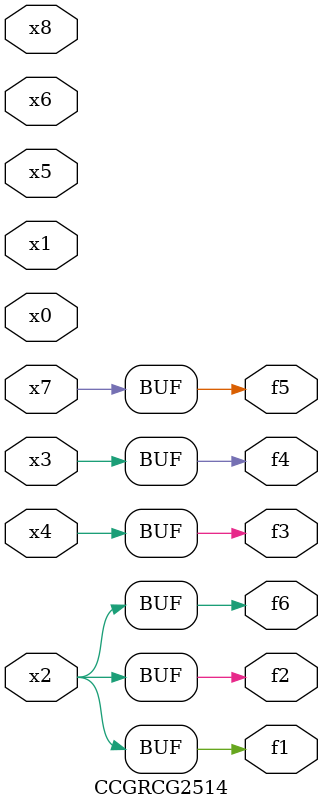
<source format=v>
module CCGRCG2514(
	input x0, x1, x2, x3, x4, x5, x6, x7, x8,
	output f1, f2, f3, f4, f5, f6
);
	assign f1 = x2;
	assign f2 = x2;
	assign f3 = x4;
	assign f4 = x3;
	assign f5 = x7;
	assign f6 = x2;
endmodule

</source>
